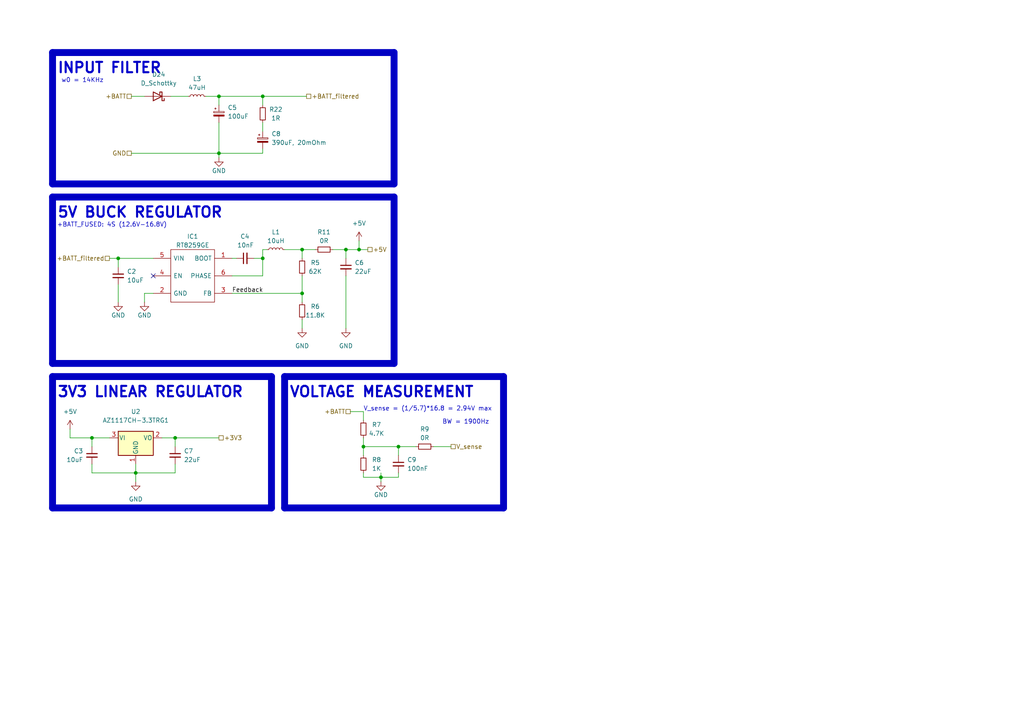
<source format=kicad_sch>
(kicad_sch (version 20211123) (generator eeschema)
  (paper "A4")
  (title_block (title "Power") (date "2022-08-13") (rev "1"))
  (lib_symbols
    (symbol "Device:C_Polarized_Small" (pin_numbers hide) (pin_names (offset 0.254) hide)
      (property "Reference" "C" (at 0.254 1.778 0))
      (property "Value" "C_Polarized_Small" (at 0.254 -2.032 0))
      (symbol "C_Polarized_Small_0_1"
        (rectangle (start -1.524 -0.3048) (end 1.524 -0.6858) (fill (type outline)))
        (rectangle (start -1.524 0.6858) (end 1.524 0.3048))
        (polyline (pts (xy -1.27 1.524) (xy -0.762 1.524)))
        (polyline (pts (xy -1.016 1.27) (xy -1.016 1.778)))
      )
      (symbol "C_Polarized_Small_1_1"
        (pin passive line (at 0 2.54 270) (length 1.8542) (name "~") (number "1"))
        (pin passive line (at 0 -2.54 90) (length 1.8542) (name "~") (number "2"))
      )
    )
    (symbol "Device:C_Small" (pin_numbers hide) (pin_names (offset 0.254) hide)
      (property "Reference" "C" (at 0.254 1.778 0))
      (property "Value" "C_Small" (at 0.254 -2.032 0))
      (symbol "C_Small_0_1"
        (polyline (pts (xy -1.524 -0.508) (xy 1.524 -0.508)) (stroke (width 0.3302)))
        (polyline (pts (xy -1.524 0.508) (xy 1.524 0.508)) (stroke (width 0.3048)))
      )
      (symbol "C_Small_1_1"
        (pin passive line (at 0 2.54 270) (length 2.032) (name "~") (number "1"))
        (pin passive line (at 0 -2.54 90) (length 2.032) (name "~") (number "2"))
      )
    )
    (symbol "Device:D_Schottky" (pin_numbers hide) (pin_names (offset 1.016) hide)
      (property "Reference" "D" (at 0 2.54 0))
      (property "Value" "D_Schottky" (at 0 -2.54 0))
      (symbol "D_Schottky_0_1"
        (polyline (pts (xy 1.27 0) (xy -1.27 0)))
        (polyline (pts (xy 1.27 1.27) (xy 1.27 -1.27) (xy -1.27 0) (xy 1.27 1.27)) (stroke (width 0.254)))
        (polyline (pts (xy -1.905 0.635) (xy -1.905 1.27) (xy -1.27 1.27) (xy -1.27 -1.27) (xy -0.635 -1.27) (xy -0.635 -0.635)) (stroke (width 0.254)))
      )
      (symbol "D_Schottky_1_1"
        (pin passive line (at -3.81 0 0) (length 2.54) (name "K") (number "1"))
        (pin passive line (at 3.81 0 180) (length 2.54) (name "A") (number "2"))
      )
    )
    (symbol "Device:L_Small" (pin_numbers hide) (pin_names (offset 0.254) hide)
      (property "Reference" "L" (at 0.762 1.016 0))
      (property "Value" "L_Small" (at 0.762 -1.016 0))
      (symbol "L_Small_0_1"
        (arc (start 0 -2.032) (mid 0.508 -1.524) (end 0 -1.016))
        (arc (start 0 -1.016) (mid 0.508 -0.508) (end 0 0))
        (arc (start 0 0) (mid 0.508 0.508) (end 0 1.016))
        (arc (start 0 1.016) (mid 0.508 1.524) (end 0 2.032))
      )
      (symbol "L_Small_1_1"
        (pin passive line (at 0 2.54 270) (length 0.508) (name "~") (number "1"))
        (pin passive line (at 0 -2.54 90) (length 0.508) (name "~") (number "2"))
      )
    )
    (symbol "Device:R_Small" (pin_numbers hide) (pin_names (offset 0.254) hide)
      (property "Reference" "R" (at 0.762 0.508 0))
      (property "Value" "R_Small" (at 0.762 -1.016 0))
      (symbol "R_Small_0_1"
        (rectangle (start -0.762 1.778) (end 0.762 -1.778) (stroke (width 0.2032)))
      )
      (symbol "R_Small_1_1"
        (pin passive line (at 0 2.54 270) (length 0.762) (name "~") (number "1"))
        (pin passive line (at 0 -2.54 90) (length 0.762) (name "~") (number "2"))
      )
    )
    (symbol "RT8259GE:RT8259GE" (pin_names (offset 0.762))
      (property "Reference" "IC?" (at 11.43 6.35 0))
      (property "Value" "RT8259GE" (at 11.43 3.81 0))
      (symbol "RT8259GE_0_0"
        (pin passive line (at 22.86 0 180) (length 5.08) (name "BOOT") (number "1"))
        (pin passive line (at 0 -10.16 0) (length 5.08) (name "GND") (number "2"))
        (pin passive line (at 22.86 -10.16 180) (length 5.08) (name "FB") (number "3"))
        (pin passive line (at 0 -5.08 0) (length 5.08) (name "EN") (number "4"))
        (pin passive line (at 0 0 0) (length 5.08) (name "VIN") (number "5"))
        (pin passive line (at 22.86 -5.08 180) (length 5.08) (name "PHASE") (number "6"))
      )
      (symbol "RT8259GE_0_1"
        (polyline (pts (xy 5.08 2.54) (xy 17.78 2.54) (xy 17.78 -12.7) (xy 5.08 -12.7) (xy 5.08 2.54)) (stroke (width 0.1524)))
      )
    )
    (symbol "Regulator_Linear:AZ1117-3.3" (pin_names (offset 0.254))
      (property "Reference" "U" (at -3.81 3.175 0))
      (property "Value" "AZ1117-3.3" (at 0 3.175 0))
      (symbol "AZ1117-3.3_0_1"
        (rectangle (start -5.08 1.905) (end 5.08 -5.08) (stroke (width 0.254)) (fill (type background)))
      )
      (symbol "AZ1117-3.3_1_1"
        (pin power_in line (at 0 -7.62 90) (length 2.54) (name "GND") (number "1"))
        (pin power_out line (at 7.62 0 180) (length 2.54) (name "VO") (number "2"))
        (pin power_in line (at -7.62 0 0) (length 2.54) (name "VI") (number "3"))
      )
    )
    (symbol "power:+5V" (power) (pin_names (offset 0))
      (property "Value" "+5V" (at 0 3.556 0))
      (symbol "+5V_0_1"
        (polyline (pts (xy -0.762 1.27) (xy 0 2.54)))
        (polyline (pts (xy 0 0) (xy 0 2.54)))
        (polyline (pts (xy 0 2.54) (xy 0.762 1.27)))
      )
      (symbol "+5V_1_1"
        (pin power_in line (at 0 0 90) (length 0) hide (name "+5V") (number "1"))
      )
    )
    (symbol "power:GND" (power) (pin_names (offset 0))
      (property "Value" "GND" (at 0 -3.81 0))
      (symbol "GND_0_1"
        (polyline (pts (xy 0 0) (xy 0 -1.27) (xy 1.27 -1.27) (xy 0 -2.54) (xy -1.27 -1.27) (xy 0 -1.27)))
      )
      (symbol "GND_1_1"
        (pin power_in line (at 0 0 270) (length 0) hide (name "GND") (number "1"))
      )
    )
  )
  (junction (at 110.49 138.43))
  (junction (at 63.5 27.94))
  (junction (at 76.2 74.93))
  (junction (at 104.14 72.39))
  (junction (at 50.8 127))
  (junction (at 87.63 85.09))
  (junction (at 26.67 127))
  (junction (at 34.29 74.93))
  (junction (at 76.2 27.94))
  (junction (at 105.41 129.54))
  (junction (at 63.5 44.45))
  (junction (at 39.37 137.16))
  (junction (at 87.63 72.39))
  (junction (at 115.57 129.54))
  (junction (at 100.33 72.39))
  (no_connect (at 44.45 80.01))
  (polyline (pts (xy 15.24 15.24) (xy 15.24 53.34)) (stroke (width 2) (type solid)))
  (wire (pts (xy 76.2 72.39) (xy 77.47 72.39)))
  (wire (pts (xy 76.2 74.93) (xy 76.2 72.39)))
  (wire (pts (xy 59.69 27.94) (xy 63.5 27.94)))
  (wire (pts (xy 115.57 129.54) (xy 120.65 129.54)))
  (wire (pts (xy 49.53 27.94) (xy 54.61 27.94)))
  (wire (pts (xy 105.41 129.54) (xy 115.57 129.54)))
  (polyline (pts (xy 114.3 53.34) (xy 15.24 53.34)) (stroke (width 2) (type solid)))
  (wire (pts (xy 39.37 134.62) (xy 39.37 137.16)))
  (wire (pts (xy 67.31 80.01) (xy 76.2 80.01)))
  (wire (pts (xy 39.37 137.16) (xy 39.37 139.7)))
  (wire (pts (xy 26.67 127) (xy 26.67 129.54)))
  (wire (pts (xy 34.29 82.55) (xy 34.29 87.63)))
  (wire (pts (xy 20.32 127) (xy 26.67 127)))
  (wire (pts (xy 104.14 69.85) (xy 104.14 72.39)))
  (wire (pts (xy 46.99 127) (xy 50.8 127)))
  (wire (pts (xy 20.32 124.46) (xy 20.32 127)))
  (wire (pts (xy 110.49 138.43) (xy 110.49 139.7)))
  (wire (pts (xy 110.49 138.43) (xy 110.49 137.16)))
  (wire (pts (xy 105.41 129.54) (xy 105.41 132.08)))
  (wire (pts (xy 87.63 85.09) (xy 87.63 80.01)))
  (wire (pts (xy 76.2 27.94) (xy 76.2 30.48)))
  (polyline (pts (xy 114.3 15.24) (xy 15.24 15.24)) (stroke (width 2) (type solid)))
  (wire (pts (xy 115.57 138.43) (xy 115.57 137.16)))
  (polyline (pts (xy 15.24 57.15) (xy 114.3 57.15)) (stroke (width 2) (type solid)))
  (polyline (pts (xy 114.3 15.24) (xy 114.3 53.34)) (stroke (width 2) (type solid)))
  (polyline (pts (xy 78.74 147.32) (xy 15.24 147.32)) (stroke (width 2) (type solid)))
  (polyline (pts (xy 146.05 109.22) (xy 146.05 147.32)) (stroke (width 2) (type solid)))
  (wire (pts (xy 41.91 85.09) (xy 41.91 87.63)))
  (wire (pts (xy 50.8 137.16) (xy 50.8 134.62)))
  (wire (pts (xy 87.63 92.71) (xy 87.63 95.25)))
  (wire (pts (xy 87.63 72.39) (xy 87.63 74.93)))
  (wire (pts (xy 76.2 80.01) (xy 76.2 74.93)))
  (wire (pts (xy 100.33 72.39) (xy 104.14 72.39)))
  (polyline (pts (xy 82.55 109.22) (xy 82.55 147.32)) (stroke (width 2) (type solid)))
  (wire (pts (xy 87.63 72.39) (xy 91.44 72.39)))
  (wire (pts (xy 67.31 85.09) (xy 87.63 85.09)))
  (wire (pts (xy 63.5 35.56) (xy 63.5 44.45)))
  (wire (pts (xy 105.41 121.92) (xy 105.41 119.38)))
  (wire (pts (xy 26.67 134.62) (xy 26.67 137.16)))
  (wire (pts (xy 82.55 72.39) (xy 87.63 72.39)))
  (polyline (pts (xy 15.24 105.41) (xy 114.3 105.41)) (stroke (width 2) (type solid)))
  (wire (pts (xy 100.33 80.01) (xy 100.33 95.25)))
  (wire (pts (xy 38.1 27.94) (xy 41.91 27.94)))
  (polyline (pts (xy 146.05 147.32) (xy 82.55 147.32)) (stroke (width 2) (type solid)))
  (wire (pts (xy 31.75 74.93) (xy 34.29 74.93)))
  (wire (pts (xy 125.73 129.54) (xy 130.81 129.54)))
  (wire (pts (xy 76.2 44.45) (xy 76.2 43.18)))
  (wire (pts (xy 34.29 74.93) (xy 34.29 77.47)))
  (wire (pts (xy 104.14 72.39) (xy 106.68 72.39)))
  (wire (pts (xy 50.8 127) (xy 50.8 129.54)))
  (polyline (pts (xy 15.24 109.22) (xy 78.74 109.22)) (stroke (width 2) (type solid)))
  (polyline (pts (xy 82.55 109.22) (xy 146.05 109.22)) (stroke (width 2) (type solid)))
  (wire (pts (xy 96.52 72.39) (xy 100.33 72.39)))
  (polyline (pts (xy 114.3 57.15) (xy 114.3 105.41)) (stroke (width 2) (type solid)))
  (polyline (pts (xy 15.24 57.15) (xy 15.24 105.41)) (stroke (width 2) (type solid)))
  (wire (pts (xy 87.63 85.09) (xy 87.63 87.63)))
  (wire (pts (xy 105.41 127) (xy 105.41 129.54)))
  (wire (pts (xy 44.45 85.09) (xy 41.91 85.09)))
  (wire (pts (xy 38.1 44.45) (xy 63.5 44.45)))
  (wire (pts (xy 115.57 129.54) (xy 115.57 132.08)))
  (wire (pts (xy 63.5 27.94) (xy 76.2 27.94)))
  (wire (pts (xy 63.5 44.45) (xy 76.2 44.45)))
  (wire (pts (xy 110.49 138.43) (xy 105.41 138.43)))
  (polyline (pts (xy 15.24 109.22) (xy 15.24 147.32)) (stroke (width 2) (type solid)))
  (wire (pts (xy 100.33 72.39) (xy 100.33 74.93)))
  (wire (pts (xy 105.41 138.43) (xy 105.41 137.16)))
  (wire (pts (xy 39.37 137.16) (xy 50.8 137.16)))
  (wire (pts (xy 76.2 35.56) (xy 76.2 38.1)))
  (wire (pts (xy 105.41 119.38) (xy 101.6 119.38)))
  (wire (pts (xy 73.66 74.93) (xy 76.2 74.93)))
  (wire (pts (xy 67.31 74.93) (xy 68.58 74.93)))
  (wire (pts (xy 34.29 74.93) (xy 44.45 74.93)))
  (polyline (pts (xy 78.74 109.22) (xy 78.74 147.32)) (stroke (width 2) (type solid)))
  (wire (pts (xy 26.67 127) (xy 31.75 127)))
  (wire (pts (xy 50.8 127) (xy 63.5 127)))
  (wire (pts (xy 63.5 27.94) (xy 63.5 30.48)))
  (wire (pts (xy 26.67 137.16) (xy 39.37 137.16)))
  (wire (pts (xy 63.5 44.45) (xy 63.5 45.72)))
  (wire (pts (xy 110.49 138.43) (xy 115.57 138.43)))
  (wire (pts (xy 76.2 27.94) (xy 88.9 27.94)))
  (text "3V3 LINEAR REGULATOR" (at 16.51 115.57 0) (effects (font (size 3 3) (thickness 0.6) bold) (justify left bottom)))
  (text "VOLTAGE MEASUREMENT" (at 83.82 115.57 0) (effects (font (size 3 3) (thickness 0.6) bold) (justify left bottom)))
  (text "BW = 1900Hz" (at 128.27 123.19 0) (effects (font (size 1.27 1.27)) (justify left bottom)))
  (text "+BATT_FUSED: 4S (12.6V-16.8V)" (at 16.51 66.04 0) (effects (font (size 1.27 1.27)) (justify left bottom)))
  (text "V_sense = (1/5.7)*16.8 = 2.94V max" (at 105.41 119.38 0) (effects (font (size 1.27 1.27)) (justify left bottom)))
  (text "5V BUCK REGULATOR" (at 16.51 63.5 0) (effects (font (size 3 3) (thickness 0.6) bold) (justify left bottom)))
  (text "INPUT FILTER" (at 16.51 21.59 0) (effects (font (size 3 3) (thickness 0.6) bold) (justify left bottom)))
  (text "w0 = 14KHz" (at 17.78 24.13 0) (effects (font (size 1.27 1.27)) (justify left bottom)))
  (label "Feedback" (at 67.31 85.09 0))
  (hierarchical_label "+5V" (shape passive) (at 106.68 72.39 0))
  (hierarchical_label "+3V3" (shape passive) (at 63.5 127 0))
  (hierarchical_label "+BATT" (shape passive) (at 101.6 119.38 180))
  (hierarchical_label "GND" (shape passive) (at 38.1 44.45 180))
  (hierarchical_label "+BATT_filtered" (shape passive) (at 31.75 74.93 180))
  (hierarchical_label "V_sense" (shape passive) (at 130.81 129.54 0))
  (hierarchical_label "+BATT" (shape passive) (at 38.1 27.94 180))
  (hierarchical_label "+BATT_filtered" (shape passive) (at 88.9 27.94 0))
  (symbol (lib_id "power:+5V") (at 20.32 124.46 0) (unit 1)
    (property "Reference" "#PWR024" (effects hide))
    (property "Value" "+5V" (at 20.32 119.38 0))
  )
  (symbol (lib_id "Device:D_Schottky") (at 45.72 27.94 180) (unit 1)
    (property "Reference" "D24" (at 46.0375 21.59 0))
    (property "Value" "D_Schottky" (at 46.0375 24.13 0))
    (property "Footprint" "Diode_SMD:D_SOD-123" (effects hide))
    (property "Voltage rating" "50V" (effects hide))
    (property "Io" "1.5A" (effects hide))
  )
  (symbol (lib_id "Device:R_Small") (at 93.98 72.39 90) (unit 1)
    (property "Reference" "R11" (at 93.98 67.31 90))
    (property "Value" "0R" (at 93.98 69.85 90))
    (property "Footprint" "Resistor_SMD:R_0603_1608Metric" (effects hide))
  )
  (symbol (lib_id "RT8259GE:RT8259GE") (at 44.45 74.93 0) (unit 1)
    (property "Reference" "IC1" (at 55.88 68.58 0))
    (property "Value" "RT8259GE" (at 55.88 71.12 0))
    (property "Footprint" "Package_TO_SOT_SMD:SOT-23-6" (effects hide))
    (property "Datasheet" "https://ms.componentsearchengine.com/Datasheets/2/RT8259GE.pdf" (effects hide))
    (property "Description" "IC REG BUCK ADJ 1.2A SOT23-6" (effects hide))
    (property "Height" "1.295" (effects hide))
    (property "Manufacturer_Name" "RICHTEK" (effects hide))
    (property "Manufacturer_Part_Number" "RT8259GE" (effects hide))
  )
  (symbol (lib_id "Device:R_Small") (at 105.41 124.46 0) (unit 1)
    (property "Reference" "R7" (at 109.22 123.19 0))
    (property "Value" "4.7K" (at 109.22 125.73 0))
    (property "Footprint" "Resistor_SMD:R_0603_1608Metric" (effects hide))
  )
  (symbol (lib_id "Device:R_Small") (at 87.63 77.47 0) (unit 1)
    (property "Reference" "R5" (at 91.44 76.2 0))
    (property "Value" "62K" (at 91.44 78.74 0))
    (property "Footprint" "Resistor_SMD:R_0603_1608Metric" (effects hide))
  )
  (symbol (lib_id "Device:C_Small") (at 26.67 132.08 0) (mirror y) (unit 1)
    (property "Reference" "C3" (at 24.13 130.8162 0) (effects (justify left)))
    (property "Value" "10uF" (at 24.13 133.3562 0) (effects (justify left)))
    (property "Footprint" "Capacitor_SMD:C_0603_1608Metric" (effects hide))
  )
  (symbol (lib_id "Device:C_Small") (at 100.33 77.47 0) (unit 1)
    (property "Reference" "C6" (at 102.87 76.2062 0) (effects (justify left)))
    (property "Value" "22uF" (at 102.87 78.7462 0) (effects (justify left)))
    (property "Footprint" "Capacitor_SMD:C_0805_2012Metric" (effects hide))
  )
  (symbol (lib_id "Device:C_Polarized_Small") (at 63.5 33.02 0) (unit 1)
    (property "Reference" "C5" (at 66.04 31.2038 0) (effects (justify left)))
    (property "Value" "100uF" (at 66.04 33.7438 0) (effects (justify left)))
    (property "Footprint" "T510E107M025ATE050:T510E107M025AT E050" (effects hide))
    (property "Datasheet" "https://content.kemet.com/datasheets/KEM_T2014_T510.pdf" (effects hide))
    (property "PartNo" "T510E107M025ATE050" (effects hide))
  )
  (symbol (lib_id "power:GND") (at 87.63 95.25 0) (unit 1)
    (property "Reference" "#PWR017" (effects hide))
    (property "Value" "GND" (at 87.63 100.33 0))
  )
  (symbol (lib_id "Device:R_Small") (at 105.41 134.62 0) (unit 1)
    (property "Reference" "R8" (at 109.22 133.35 0))
    (property "Value" "1K" (at 109.22 135.89 0))
    (property "Footprint" "Resistor_SMD:R_0603_1608Metric" (effects hide))
  )
  (symbol (lib_id "Device:C_Small") (at 71.12 74.93 90) (unit 1)
    (property "Reference" "C4" (at 72.39 68.58 90) (effects (justify left)))
    (property "Value" "10nF" (at 73.66 71.12 90) (effects (justify left)))
    (property "Footprint" "Capacitor_SMD:C_0603_1608Metric" (effects hide))
  )
  (symbol (lib_id "Device:L_Small") (at 80.01 72.39 90) (unit 1)
    (property "Reference" "L1" (at 80.01 67.31 90))
    (property "Value" "10uH" (at 80.01 69.85 90))
    (property "Footprint" "744025100:Wuerth_Elektronik-744025100-Manufacturer_Recommended" (effects hide))
    (property "Datasheet" "https://www.we-online.com/katalog/datasheet/744025100.pdf" (effects hide))
    (property "Part No" "744025100" (effects hide))
    (property "Producer" "Würth Elektronik" (effects hide))
  )
  (symbol (lib_id "Device:C_Small") (at 115.57 134.62 0) (unit 1)
    (property "Reference" "C9" (at 118.11 133.3562 0) (effects (justify left)))
    (property "Value" "100nF" (at 118.11 135.8962 0) (effects (justify left)))
    (property "Footprint" "Capacitor_SMD:C_0603_1608Metric" (effects hide))
  )
  (symbol (lib_id "Device:C_Polarized_Small") (at 76.2 40.64 0) (unit 1)
    (property "Reference" "C8" (at 78.74 38.8238 0) (effects (justify left)))
    (property "Value" "390uF, 20mOhm" (at 78.74 41.3638 0) (effects (justify left)))
    (property "Footprint" "Capacitor_SMD:C_Elec_8x10.2" (effects hide))
    (property "Datasheet" "https://www.chemi-con.co.jp/products/relatedfiles/capacitor/catalog/PXGRA-e.PDF" (effects hide))
    (property "PartNo" "APXG200ARA391MHA0G" (effects hide))
  )
  (symbol (lib_id "power:+5V") (at 104.14 69.85 0) (unit 1)
    (property "Reference" "#PWR028" (effects hide))
    (property "Value" "+5V" (at 104.14 64.77 0))
  )
  (symbol (lib_id "power:GND") (at 34.29 87.63 0) (unit 1)
    (property "Reference" "#PWR04" (effects hide))
    (property "Value" "GND" (at 34.29 91.44 0))
  )
  (symbol (lib_id "power:GND") (at 63.5 45.72 0) (unit 1)
    (property "Reference" "#PWR023" (effects hide))
    (property "Value" "GND" (at 63.5 49.53 0))
  )
  (symbol (lib_id "Device:R_Small") (at 123.19 129.54 90) (unit 1)
    (property "Reference" "R9" (at 123.19 124.46 90))
    (property "Value" "0R" (at 123.19 127 90))
    (property "Footprint" "Resistor_SMD:R_0603_1608Metric" (effects hide))
  )
  (symbol (lib_id "Regulator_Linear:AZ1117-3.3") (at 39.37 127 0) (unit 1)
    (property "Reference" "U2" (at 39.37 119.38 0))
    (property "Value" "AZ1117CH-3.3TRG1" (at 39.37 121.92 0))
    (property "Footprint" "Package_TO_SOT_SMD:SOT-223-3_TabPin2" (effects hide))
    (property "Datasheet" "https://www.diodes.com/assets/Datasheets/AZ1117.pdf" (effects hide))
  )
  (symbol (lib_id "Device:L_Small") (at 57.15 27.94 90) (unit 1)
    (property "Reference" "L3" (at 57.15 22.86 90))
    (property "Value" "47uH" (at 57.15 25.4 90))
    (property "Footprint" "SRP1265A-470M:SRP1265A" (effects hide))
    (property "Datasheet" "https://www.bourns.com/docs/Product-Datasheets/SRP1265A.pdf" (effects hide))
    (property "Part No" "SRP1265A-470M" (effects hide))
    (property "Producer" "Bourns Inc." (effects hide))
  )
  (symbol (lib_id "power:GND") (at 100.33 95.25 0) (unit 1)
    (property "Reference" "#PWR027" (effects hide))
    (property "Value" "GND" (at 100.33 100.33 0))
  )
  (symbol (lib_id "Device:C_Small") (at 34.29 80.01 0) (unit 1)
    (property "Reference" "C2" (at 36.83 78.7462 0) (effects (justify left)))
    (property "Value" "10uF" (at 36.83 81.2862 0) (effects (justify left)))
    (property "Footprint" "Capacitor_SMD:C_0603_1608Metric" (effects hide))
  )
  (symbol (lib_id "Device:R_Small") (at 87.63 90.17 0) (unit 1)
    (property "Reference" "R6" (at 91.44 88.9 0))
    (property "Value" "11.8K" (at 91.44 91.44 0))
    (property "Footprint" "Resistor_SMD:R_0603_1608Metric" (effects hide))
  )
  (symbol (lib_id "power:GND") (at 39.37 139.7 0) (unit 1)
    (property "Reference" "#PWR026" (effects hide))
    (property "Value" "GND" (at 39.37 144.78 0))
  )
  (symbol (lib_id "Device:C_Small") (at 50.8 132.08 0) (unit 1)
    (property "Reference" "C7" (at 53.34 130.8162 0) (effects (justify left)))
    (property "Value" "22uF" (at 53.34 133.3562 0) (effects (justify left)))
    (property "Footprint" "Capacitor_SMD:C_0805_2012Metric" (effects hide))
  )
  (symbol (lib_id "Device:R_Small") (at 76.2 33.02 0) (unit 1)
    (property "Reference" "R22" (at 80.01 31.75 0))
    (property "Value" "1R" (at 80.01 34.29 0))
    (property "Footprint" "Resistor_SMD:R_0603_1608Metric" (effects hide))
  )
  (symbol (lib_id "power:GND") (at 41.91 87.63 0) (unit 1)
    (property "Reference" "#PWR011" (effects hide))
    (property "Value" "GND" (at 41.91 91.44 0))
  )
  (symbol (lib_id "power:GND") (at 110.49 139.7 0) (unit 1)
    (property "Reference" "#PWR032" (effects hide))
    (property "Value" "GND" (at 110.49 143.51 0))
  )
)
</source>
